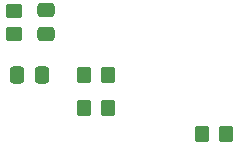
<source format=gbr>
%TF.GenerationSoftware,KiCad,Pcbnew,8.0.7*%
%TF.CreationDate,2025-02-24T23:57:51-05:00*%
%TF.ProjectId,pcb3,70636233-2e6b-4696-9361-645f70636258,rev?*%
%TF.SameCoordinates,Original*%
%TF.FileFunction,Paste,Top*%
%TF.FilePolarity,Positive*%
%FSLAX46Y46*%
G04 Gerber Fmt 4.6, Leading zero omitted, Abs format (unit mm)*
G04 Created by KiCad (PCBNEW 8.0.7) date 2025-02-24 23:57:51*
%MOMM*%
%LPD*%
G01*
G04 APERTURE LIST*
G04 Aperture macros list*
%AMRoundRect*
0 Rectangle with rounded corners*
0 $1 Rounding radius*
0 $2 $3 $4 $5 $6 $7 $8 $9 X,Y pos of 4 corners*
0 Add a 4 corners polygon primitive as box body*
4,1,4,$2,$3,$4,$5,$6,$7,$8,$9,$2,$3,0*
0 Add four circle primitives for the rounded corners*
1,1,$1+$1,$2,$3*
1,1,$1+$1,$4,$5*
1,1,$1+$1,$6,$7*
1,1,$1+$1,$8,$9*
0 Add four rect primitives between the rounded corners*
20,1,$1+$1,$2,$3,$4,$5,0*
20,1,$1+$1,$4,$5,$6,$7,0*
20,1,$1+$1,$6,$7,$8,$9,0*
20,1,$1+$1,$8,$9,$2,$3,0*%
G04 Aperture macros list end*
%ADD10RoundRect,0.250000X-0.350000X-0.450000X0.350000X-0.450000X0.350000X0.450000X-0.350000X0.450000X0*%
%ADD11RoundRect,0.250000X-0.337500X-0.475000X0.337500X-0.475000X0.337500X0.475000X-0.337500X0.475000X0*%
%ADD12RoundRect,0.250000X0.350000X0.450000X-0.350000X0.450000X-0.350000X-0.450000X0.350000X-0.450000X0*%
%ADD13RoundRect,0.250000X0.450000X-0.350000X0.450000X0.350000X-0.450000X0.350000X-0.450000X-0.350000X0*%
%ADD14RoundRect,0.250000X0.475000X-0.337500X0.475000X0.337500X-0.475000X0.337500X-0.475000X-0.337500X0*%
G04 APERTURE END LIST*
D10*
%TO.C,R5*%
X139320000Y-99930000D03*
X141320000Y-99930000D03*
%TD*%
D11*
%TO.C,C2*%
X133632500Y-97180000D03*
X135707500Y-97180000D03*
%TD*%
D12*
%TO.C,R1*%
X141320000Y-97180000D03*
X139320000Y-97180000D03*
%TD*%
%TO.C,R3*%
X151320000Y-102180000D03*
X149320000Y-102180000D03*
%TD*%
D13*
%TO.C,R2*%
X133370000Y-93730000D03*
X133370000Y-91730000D03*
%TD*%
D14*
%TO.C,C1*%
X136070000Y-93717500D03*
X136070000Y-91642500D03*
%TD*%
M02*

</source>
